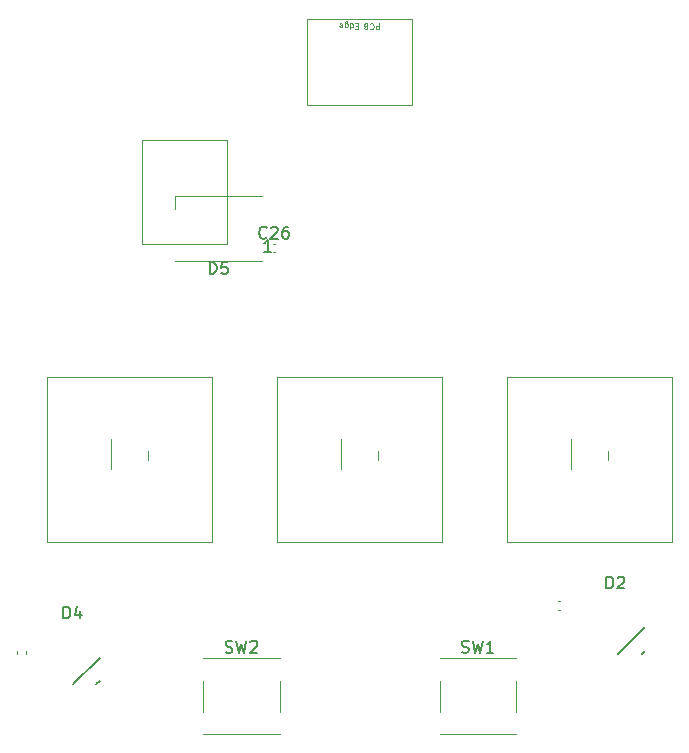
<source format=gbr>
G04 #@! TF.GenerationSoftware,KiCad,Pcbnew,(7.0.0-0)*
G04 #@! TF.CreationDate,2023-03-03T19:29:23-06:00*
G04 #@! TF.ProjectId,RP2040_minimal,52503230-3430-45f6-9d69-6e696d616c2e,REV1*
G04 #@! TF.SameCoordinates,Original*
G04 #@! TF.FileFunction,Legend,Top*
G04 #@! TF.FilePolarity,Positive*
%FSLAX46Y46*%
G04 Gerber Fmt 4.6, Leading zero omitted, Abs format (unit mm)*
G04 Created by KiCad (PCBNEW (7.0.0-0)) date 2023-03-03 19:29:23*
%MOMM*%
%LPD*%
G01*
G04 APERTURE LIST*
%ADD10C,0.150000*%
%ADD11C,0.200000*%
%ADD12C,0.100000*%
%ADD13C,0.120000*%
%ADD14C,0.050000*%
G04 APERTURE END LIST*
D10*
X87321905Y-84257380D02*
X87321905Y-83257380D01*
X87321905Y-83257380D02*
X87560000Y-83257380D01*
X87560000Y-83257380D02*
X87702857Y-83305000D01*
X87702857Y-83305000D02*
X87798095Y-83400238D01*
X87798095Y-83400238D02*
X87845714Y-83495476D01*
X87845714Y-83495476D02*
X87893333Y-83685952D01*
X87893333Y-83685952D02*
X87893333Y-83828809D01*
X87893333Y-83828809D02*
X87845714Y-84019285D01*
X87845714Y-84019285D02*
X87798095Y-84114523D01*
X87798095Y-84114523D02*
X87702857Y-84209761D01*
X87702857Y-84209761D02*
X87560000Y-84257380D01*
X87560000Y-84257380D02*
X87321905Y-84257380D01*
X88798095Y-83257380D02*
X88321905Y-83257380D01*
X88321905Y-83257380D02*
X88274286Y-83733571D01*
X88274286Y-83733571D02*
X88321905Y-83685952D01*
X88321905Y-83685952D02*
X88417143Y-83638333D01*
X88417143Y-83638333D02*
X88655238Y-83638333D01*
X88655238Y-83638333D02*
X88750476Y-83685952D01*
X88750476Y-83685952D02*
X88798095Y-83733571D01*
X88798095Y-83733571D02*
X88845714Y-83828809D01*
X88845714Y-83828809D02*
X88845714Y-84066904D01*
X88845714Y-84066904D02*
X88798095Y-84162142D01*
X88798095Y-84162142D02*
X88750476Y-84209761D01*
X88750476Y-84209761D02*
X88655238Y-84257380D01*
X88655238Y-84257380D02*
X88417143Y-84257380D01*
X88417143Y-84257380D02*
X88321905Y-84209761D01*
X88321905Y-84209761D02*
X88274286Y-84162142D01*
X92495714Y-82357380D02*
X91924286Y-82357380D01*
X92210000Y-82357380D02*
X92210000Y-81357380D01*
X92210000Y-81357380D02*
X92114762Y-81500238D01*
X92114762Y-81500238D02*
X92019524Y-81595476D01*
X92019524Y-81595476D02*
X91924286Y-81643095D01*
X92127142Y-81152142D02*
X92079523Y-81199761D01*
X92079523Y-81199761D02*
X91936666Y-81247380D01*
X91936666Y-81247380D02*
X91841428Y-81247380D01*
X91841428Y-81247380D02*
X91698571Y-81199761D01*
X91698571Y-81199761D02*
X91603333Y-81104523D01*
X91603333Y-81104523D02*
X91555714Y-81009285D01*
X91555714Y-81009285D02*
X91508095Y-80818809D01*
X91508095Y-80818809D02*
X91508095Y-80675952D01*
X91508095Y-80675952D02*
X91555714Y-80485476D01*
X91555714Y-80485476D02*
X91603333Y-80390238D01*
X91603333Y-80390238D02*
X91698571Y-80295000D01*
X91698571Y-80295000D02*
X91841428Y-80247380D01*
X91841428Y-80247380D02*
X91936666Y-80247380D01*
X91936666Y-80247380D02*
X92079523Y-80295000D01*
X92079523Y-80295000D02*
X92127142Y-80342619D01*
X92508095Y-80342619D02*
X92555714Y-80295000D01*
X92555714Y-80295000D02*
X92650952Y-80247380D01*
X92650952Y-80247380D02*
X92889047Y-80247380D01*
X92889047Y-80247380D02*
X92984285Y-80295000D01*
X92984285Y-80295000D02*
X93031904Y-80342619D01*
X93031904Y-80342619D02*
X93079523Y-80437857D01*
X93079523Y-80437857D02*
X93079523Y-80533095D01*
X93079523Y-80533095D02*
X93031904Y-80675952D01*
X93031904Y-80675952D02*
X92460476Y-81247380D01*
X92460476Y-81247380D02*
X93079523Y-81247380D01*
X93936666Y-80247380D02*
X93746190Y-80247380D01*
X93746190Y-80247380D02*
X93650952Y-80295000D01*
X93650952Y-80295000D02*
X93603333Y-80342619D01*
X93603333Y-80342619D02*
X93508095Y-80485476D01*
X93508095Y-80485476D02*
X93460476Y-80675952D01*
X93460476Y-80675952D02*
X93460476Y-81056904D01*
X93460476Y-81056904D02*
X93508095Y-81152142D01*
X93508095Y-81152142D02*
X93555714Y-81199761D01*
X93555714Y-81199761D02*
X93650952Y-81247380D01*
X93650952Y-81247380D02*
X93841428Y-81247380D01*
X93841428Y-81247380D02*
X93936666Y-81199761D01*
X93936666Y-81199761D02*
X93984285Y-81152142D01*
X93984285Y-81152142D02*
X94031904Y-81056904D01*
X94031904Y-81056904D02*
X94031904Y-80818809D01*
X94031904Y-80818809D02*
X93984285Y-80723571D01*
X93984285Y-80723571D02*
X93936666Y-80675952D01*
X93936666Y-80675952D02*
X93841428Y-80628333D01*
X93841428Y-80628333D02*
X93650952Y-80628333D01*
X93650952Y-80628333D02*
X93555714Y-80675952D01*
X93555714Y-80675952D02*
X93508095Y-80723571D01*
X93508095Y-80723571D02*
X93460476Y-80818809D01*
X88666667Y-116269761D02*
X88809524Y-116317380D01*
X88809524Y-116317380D02*
X89047619Y-116317380D01*
X89047619Y-116317380D02*
X89142857Y-116269761D01*
X89142857Y-116269761D02*
X89190476Y-116222142D01*
X89190476Y-116222142D02*
X89238095Y-116126904D01*
X89238095Y-116126904D02*
X89238095Y-116031666D01*
X89238095Y-116031666D02*
X89190476Y-115936428D01*
X89190476Y-115936428D02*
X89142857Y-115888809D01*
X89142857Y-115888809D02*
X89047619Y-115841190D01*
X89047619Y-115841190D02*
X88857143Y-115793571D01*
X88857143Y-115793571D02*
X88761905Y-115745952D01*
X88761905Y-115745952D02*
X88714286Y-115698333D01*
X88714286Y-115698333D02*
X88666667Y-115603095D01*
X88666667Y-115603095D02*
X88666667Y-115507857D01*
X88666667Y-115507857D02*
X88714286Y-115412619D01*
X88714286Y-115412619D02*
X88761905Y-115365000D01*
X88761905Y-115365000D02*
X88857143Y-115317380D01*
X88857143Y-115317380D02*
X89095238Y-115317380D01*
X89095238Y-115317380D02*
X89238095Y-115365000D01*
X89571429Y-115317380D02*
X89809524Y-116317380D01*
X89809524Y-116317380D02*
X90000000Y-115603095D01*
X90000000Y-115603095D02*
X90190476Y-116317380D01*
X90190476Y-116317380D02*
X90428572Y-115317380D01*
X90761905Y-115412619D02*
X90809524Y-115365000D01*
X90809524Y-115365000D02*
X90904762Y-115317380D01*
X90904762Y-115317380D02*
X91142857Y-115317380D01*
X91142857Y-115317380D02*
X91238095Y-115365000D01*
X91238095Y-115365000D02*
X91285714Y-115412619D01*
X91285714Y-115412619D02*
X91333333Y-115507857D01*
X91333333Y-115507857D02*
X91333333Y-115603095D01*
X91333333Y-115603095D02*
X91285714Y-115745952D01*
X91285714Y-115745952D02*
X90714286Y-116317380D01*
X90714286Y-116317380D02*
X91333333Y-116317380D01*
X108666667Y-116269761D02*
X108809524Y-116317380D01*
X108809524Y-116317380D02*
X109047619Y-116317380D01*
X109047619Y-116317380D02*
X109142857Y-116269761D01*
X109142857Y-116269761D02*
X109190476Y-116222142D01*
X109190476Y-116222142D02*
X109238095Y-116126904D01*
X109238095Y-116126904D02*
X109238095Y-116031666D01*
X109238095Y-116031666D02*
X109190476Y-115936428D01*
X109190476Y-115936428D02*
X109142857Y-115888809D01*
X109142857Y-115888809D02*
X109047619Y-115841190D01*
X109047619Y-115841190D02*
X108857143Y-115793571D01*
X108857143Y-115793571D02*
X108761905Y-115745952D01*
X108761905Y-115745952D02*
X108714286Y-115698333D01*
X108714286Y-115698333D02*
X108666667Y-115603095D01*
X108666667Y-115603095D02*
X108666667Y-115507857D01*
X108666667Y-115507857D02*
X108714286Y-115412619D01*
X108714286Y-115412619D02*
X108761905Y-115365000D01*
X108761905Y-115365000D02*
X108857143Y-115317380D01*
X108857143Y-115317380D02*
X109095238Y-115317380D01*
X109095238Y-115317380D02*
X109238095Y-115365000D01*
X109571429Y-115317380D02*
X109809524Y-116317380D01*
X109809524Y-116317380D02*
X110000000Y-115603095D01*
X110000000Y-115603095D02*
X110190476Y-116317380D01*
X110190476Y-116317380D02*
X110428572Y-115317380D01*
X111333333Y-116317380D02*
X110761905Y-116317380D01*
X111047619Y-116317380D02*
X111047619Y-115317380D01*
X111047619Y-115317380D02*
X110952381Y-115460238D01*
X110952381Y-115460238D02*
X110857143Y-115555476D01*
X110857143Y-115555476D02*
X110761905Y-115603095D01*
D11*
X120901905Y-110867380D02*
X120901905Y-109867380D01*
X120901905Y-109867380D02*
X121140000Y-109867380D01*
X121140000Y-109867380D02*
X121282857Y-109915000D01*
X121282857Y-109915000D02*
X121378095Y-110010238D01*
X121378095Y-110010238D02*
X121425714Y-110105476D01*
X121425714Y-110105476D02*
X121473333Y-110295952D01*
X121473333Y-110295952D02*
X121473333Y-110438809D01*
X121473333Y-110438809D02*
X121425714Y-110629285D01*
X121425714Y-110629285D02*
X121378095Y-110724523D01*
X121378095Y-110724523D02*
X121282857Y-110819761D01*
X121282857Y-110819761D02*
X121140000Y-110867380D01*
X121140000Y-110867380D02*
X120901905Y-110867380D01*
X121854286Y-109962619D02*
X121901905Y-109915000D01*
X121901905Y-109915000D02*
X121997143Y-109867380D01*
X121997143Y-109867380D02*
X122235238Y-109867380D01*
X122235238Y-109867380D02*
X122330476Y-109915000D01*
X122330476Y-109915000D02*
X122378095Y-109962619D01*
X122378095Y-109962619D02*
X122425714Y-110057857D01*
X122425714Y-110057857D02*
X122425714Y-110153095D01*
X122425714Y-110153095D02*
X122378095Y-110295952D01*
X122378095Y-110295952D02*
X121806667Y-110867380D01*
X121806667Y-110867380D02*
X122425714Y-110867380D01*
D12*
X101673809Y-63026309D02*
X101673809Y-63526309D01*
X101673809Y-63526309D02*
X101483333Y-63526309D01*
X101483333Y-63526309D02*
X101435714Y-63502500D01*
X101435714Y-63502500D02*
X101411904Y-63478690D01*
X101411904Y-63478690D02*
X101388095Y-63431071D01*
X101388095Y-63431071D02*
X101388095Y-63359642D01*
X101388095Y-63359642D02*
X101411904Y-63312023D01*
X101411904Y-63312023D02*
X101435714Y-63288214D01*
X101435714Y-63288214D02*
X101483333Y-63264404D01*
X101483333Y-63264404D02*
X101673809Y-63264404D01*
X100888095Y-63073928D02*
X100911904Y-63050119D01*
X100911904Y-63050119D02*
X100983333Y-63026309D01*
X100983333Y-63026309D02*
X101030952Y-63026309D01*
X101030952Y-63026309D02*
X101102380Y-63050119D01*
X101102380Y-63050119D02*
X101149999Y-63097738D01*
X101149999Y-63097738D02*
X101173809Y-63145357D01*
X101173809Y-63145357D02*
X101197618Y-63240595D01*
X101197618Y-63240595D02*
X101197618Y-63312023D01*
X101197618Y-63312023D02*
X101173809Y-63407261D01*
X101173809Y-63407261D02*
X101149999Y-63454880D01*
X101149999Y-63454880D02*
X101102380Y-63502500D01*
X101102380Y-63502500D02*
X101030952Y-63526309D01*
X101030952Y-63526309D02*
X100983333Y-63526309D01*
X100983333Y-63526309D02*
X100911904Y-63502500D01*
X100911904Y-63502500D02*
X100888095Y-63478690D01*
X100507142Y-63288214D02*
X100435714Y-63264404D01*
X100435714Y-63264404D02*
X100411904Y-63240595D01*
X100411904Y-63240595D02*
X100388095Y-63192976D01*
X100388095Y-63192976D02*
X100388095Y-63121547D01*
X100388095Y-63121547D02*
X100411904Y-63073928D01*
X100411904Y-63073928D02*
X100435714Y-63050119D01*
X100435714Y-63050119D02*
X100483333Y-63026309D01*
X100483333Y-63026309D02*
X100673809Y-63026309D01*
X100673809Y-63026309D02*
X100673809Y-63526309D01*
X100673809Y-63526309D02*
X100507142Y-63526309D01*
X100507142Y-63526309D02*
X100459523Y-63502500D01*
X100459523Y-63502500D02*
X100435714Y-63478690D01*
X100435714Y-63478690D02*
X100411904Y-63431071D01*
X100411904Y-63431071D02*
X100411904Y-63383452D01*
X100411904Y-63383452D02*
X100435714Y-63335833D01*
X100435714Y-63335833D02*
X100459523Y-63312023D01*
X100459523Y-63312023D02*
X100507142Y-63288214D01*
X100507142Y-63288214D02*
X100673809Y-63288214D01*
X99873809Y-63288214D02*
X99707142Y-63288214D01*
X99635714Y-63026309D02*
X99873809Y-63026309D01*
X99873809Y-63026309D02*
X99873809Y-63526309D01*
X99873809Y-63526309D02*
X99635714Y-63526309D01*
X99207142Y-63026309D02*
X99207142Y-63526309D01*
X99207142Y-63050119D02*
X99254761Y-63026309D01*
X99254761Y-63026309D02*
X99349999Y-63026309D01*
X99349999Y-63026309D02*
X99397618Y-63050119D01*
X99397618Y-63050119D02*
X99421428Y-63073928D01*
X99421428Y-63073928D02*
X99445237Y-63121547D01*
X99445237Y-63121547D02*
X99445237Y-63264404D01*
X99445237Y-63264404D02*
X99421428Y-63312023D01*
X99421428Y-63312023D02*
X99397618Y-63335833D01*
X99397618Y-63335833D02*
X99349999Y-63359642D01*
X99349999Y-63359642D02*
X99254761Y-63359642D01*
X99254761Y-63359642D02*
X99207142Y-63335833D01*
X98754761Y-63359642D02*
X98754761Y-62954880D01*
X98754761Y-62954880D02*
X98778571Y-62907261D01*
X98778571Y-62907261D02*
X98802380Y-62883452D01*
X98802380Y-62883452D02*
X98849999Y-62859642D01*
X98849999Y-62859642D02*
X98921428Y-62859642D01*
X98921428Y-62859642D02*
X98969047Y-62883452D01*
X98754761Y-63050119D02*
X98802380Y-63026309D01*
X98802380Y-63026309D02*
X98897618Y-63026309D01*
X98897618Y-63026309D02*
X98945237Y-63050119D01*
X98945237Y-63050119D02*
X98969047Y-63073928D01*
X98969047Y-63073928D02*
X98992856Y-63121547D01*
X98992856Y-63121547D02*
X98992856Y-63264404D01*
X98992856Y-63264404D02*
X98969047Y-63312023D01*
X98969047Y-63312023D02*
X98945237Y-63335833D01*
X98945237Y-63335833D02*
X98897618Y-63359642D01*
X98897618Y-63359642D02*
X98802380Y-63359642D01*
X98802380Y-63359642D02*
X98754761Y-63335833D01*
X98326190Y-63050119D02*
X98373809Y-63026309D01*
X98373809Y-63026309D02*
X98469047Y-63026309D01*
X98469047Y-63026309D02*
X98516666Y-63050119D01*
X98516666Y-63050119D02*
X98540475Y-63097738D01*
X98540475Y-63097738D02*
X98540475Y-63288214D01*
X98540475Y-63288214D02*
X98516666Y-63335833D01*
X98516666Y-63335833D02*
X98469047Y-63359642D01*
X98469047Y-63359642D02*
X98373809Y-63359642D01*
X98373809Y-63359642D02*
X98326190Y-63335833D01*
X98326190Y-63335833D02*
X98302380Y-63288214D01*
X98302380Y-63288214D02*
X98302380Y-63240595D01*
X98302380Y-63240595D02*
X98540475Y-63192976D01*
D11*
X74921265Y-113417180D02*
X74921265Y-112417180D01*
X74921265Y-112417180D02*
X75159360Y-112417180D01*
X75159360Y-112417180D02*
X75302217Y-112464800D01*
X75302217Y-112464800D02*
X75397455Y-112560038D01*
X75397455Y-112560038D02*
X75445074Y-112655276D01*
X75445074Y-112655276D02*
X75492693Y-112845752D01*
X75492693Y-112845752D02*
X75492693Y-112988609D01*
X75492693Y-112988609D02*
X75445074Y-113179085D01*
X75445074Y-113179085D02*
X75397455Y-113274323D01*
X75397455Y-113274323D02*
X75302217Y-113369561D01*
X75302217Y-113369561D02*
X75159360Y-113417180D01*
X75159360Y-113417180D02*
X74921265Y-113417180D01*
X76349836Y-112750514D02*
X76349836Y-113417180D01*
X76111741Y-112369561D02*
X75873646Y-113083847D01*
X75873646Y-113083847D02*
X76492693Y-113083847D01*
D13*
X91710000Y-83140000D02*
X84410000Y-83140000D01*
X91710000Y-77640000D02*
X84410000Y-77640000D01*
X84410000Y-77640000D02*
X84410000Y-78790000D01*
X92662164Y-82400000D02*
X92877836Y-82400000D01*
X92662164Y-81680000D02*
X92877836Y-81680000D01*
X86770000Y-116770000D02*
X93230000Y-116770000D01*
X86770000Y-116800000D02*
X86770000Y-116770000D01*
X86770000Y-118700000D02*
X86770000Y-121300000D01*
X86770000Y-123230000D02*
X86770000Y-123200000D01*
X86770000Y-123230000D02*
X93230000Y-123230000D01*
X93230000Y-116770000D02*
X93230000Y-116800000D01*
X93230000Y-118700000D02*
X93230000Y-121300000D01*
X93230000Y-123230000D02*
X93230000Y-123200000D01*
X112515000Y-93015000D02*
X126485000Y-93015000D01*
X112515000Y-106985000D02*
X112515000Y-93015000D01*
X126485000Y-93015000D02*
X126485000Y-106985000D01*
X126485000Y-106985000D02*
X112515000Y-106985000D01*
X93015000Y-93015000D02*
X106985000Y-93015000D01*
X93015000Y-106985000D02*
X93015000Y-93015000D01*
X106985000Y-93015000D02*
X106985000Y-106985000D01*
X106985000Y-106985000D02*
X93015000Y-106985000D01*
X106770000Y-116770000D02*
X113230000Y-116770000D01*
X106770000Y-116800000D02*
X106770000Y-116770000D01*
X106770000Y-118700000D02*
X106770000Y-121300000D01*
X106770000Y-123230000D02*
X106770000Y-123200000D01*
X106770000Y-123230000D02*
X113230000Y-123230000D01*
X113230000Y-116770000D02*
X113230000Y-116800000D01*
X113230000Y-118700000D02*
X113230000Y-121300000D01*
X113230000Y-123230000D02*
X113230000Y-123200000D01*
X73515000Y-93015000D02*
X87485000Y-93015000D01*
X73515000Y-106985000D02*
X73515000Y-93015000D01*
X87485000Y-93015000D02*
X87485000Y-106985000D01*
X87485000Y-106985000D02*
X73515000Y-106985000D01*
D14*
X81610000Y-81680000D02*
X81610000Y-72880000D01*
X88810000Y-81680000D02*
X81610000Y-81680000D01*
X81610000Y-72880000D02*
X88810000Y-72880000D01*
X88810000Y-72880000D02*
X88810000Y-81680000D01*
D10*
X121900000Y-116410000D02*
X124200000Y-114160000D01*
D11*
X123900000Y-116410000D02*
X124200000Y-116160000D01*
D13*
X121060000Y-100000000D02*
X121060000Y-99200000D01*
X117940000Y-100000000D02*
X117940000Y-98200000D01*
X117940000Y-100000000D02*
X117940000Y-100800000D01*
D12*
X95530000Y-69985000D02*
X104470000Y-69985000D01*
X104470000Y-69985000D02*
X104470000Y-62635000D01*
X104470000Y-62635000D02*
X95530000Y-62635000D01*
X95530000Y-62635000D02*
X95530000Y-69985000D01*
D10*
X75709360Y-118999800D02*
X78009360Y-116749800D01*
D11*
X77709360Y-118999800D02*
X78009360Y-118749800D01*
D13*
X101560000Y-100000000D02*
X101560000Y-99200000D01*
X98440000Y-100000000D02*
X98440000Y-98200000D01*
X98440000Y-100000000D02*
X98440000Y-100800000D01*
X82060000Y-100000000D02*
X82060000Y-99200000D01*
X78940000Y-100000000D02*
X78940000Y-98200000D01*
X78940000Y-100000000D02*
X78940000Y-100800000D01*
X117007836Y-111960000D02*
X116792164Y-111960000D01*
X117007836Y-112680000D02*
X116792164Y-112680000D01*
X71009360Y-116211964D02*
X71009360Y-116427636D01*
X71729360Y-116211964D02*
X71729360Y-116427636D01*
M02*

</source>
